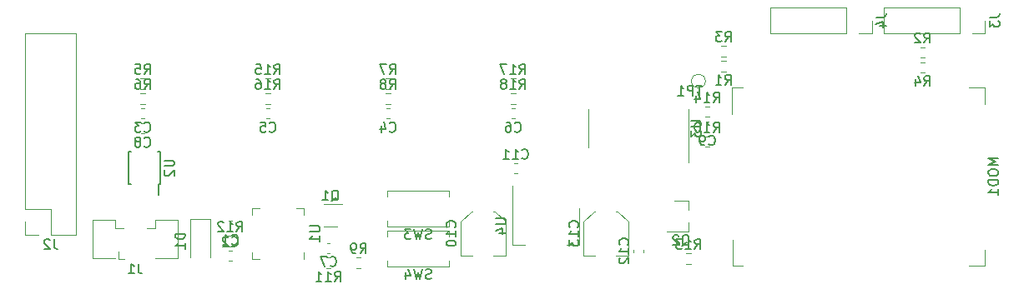
<source format=gbr>
%TF.GenerationSoftware,KiCad,Pcbnew,(5.1.10-1-10_14)*%
%TF.CreationDate,2021-10-13T21:31:21+02:00*%
%TF.ProjectId,MiliOhmMeter,4d696c69-4f68-46d4-9d65-7465722e6b69,rev?*%
%TF.SameCoordinates,Original*%
%TF.FileFunction,Legend,Bot*%
%TF.FilePolarity,Positive*%
%FSLAX46Y46*%
G04 Gerber Fmt 4.6, Leading zero omitted, Abs format (unit mm)*
G04 Created by KiCad (PCBNEW (5.1.10-1-10_14)) date 2021-10-13 21:31:21*
%MOMM*%
%LPD*%
G01*
G04 APERTURE LIST*
%ADD10C,0.120000*%
%ADD11C,0.150000*%
%ADD12C,0.100000*%
G04 APERTURE END LIST*
D10*
%TO.C,J1*%
X70944000Y-99627000D02*
X70944000Y-100377000D01*
X70944000Y-100377000D02*
X71544000Y-100377000D01*
X70644000Y-100337000D02*
X68334000Y-100337000D01*
X76954000Y-100337000D02*
X76954000Y-96417000D01*
X68334000Y-96417000D02*
X70604000Y-96417000D01*
X68334000Y-100337000D02*
X68334000Y-96417000D01*
X76954000Y-96417000D02*
X74684000Y-96417000D01*
X74644000Y-100337000D02*
X76954000Y-100337000D01*
X74684000Y-97247000D02*
X74684000Y-96417000D01*
X70604000Y-97247000D02*
X70604000Y-96417000D01*
X70604000Y-97247000D02*
X71434000Y-97247000D01*
X74684000Y-97247000D02*
X73854000Y-97247000D01*
%TO.C,U4*%
X110890000Y-92928000D02*
X110890000Y-98938000D01*
X117710000Y-95178000D02*
X117710000Y-98938000D01*
X110890000Y-98938000D02*
X112150000Y-98938000D01*
X117710000Y-98938000D02*
X116450000Y-98938000D01*
%TO.C,TP1*%
X130501107Y-82296000D02*
G75*
G03*
X130501107Y-82296000I-707107J0D01*
G01*
%TO.C,C13*%
X121591563Y-95530000D02*
X122656000Y-96594437D01*
X119200437Y-95530000D02*
X118136000Y-96594437D01*
X119200437Y-95530000D02*
X119336000Y-95530000D01*
X121591563Y-95530000D02*
X121456000Y-95530000D01*
X122656000Y-96594437D02*
X122656000Y-100050000D01*
X118136000Y-96594437D02*
X118136000Y-100050000D01*
X118136000Y-100050000D02*
X119336000Y-100050000D01*
X122656000Y-100050000D02*
X121456000Y-100050000D01*
%TO.C,C12*%
X124208000Y-99427420D02*
X124208000Y-99708580D01*
X123188000Y-99427420D02*
X123188000Y-99708580D01*
%TO.C,C11*%
X111392580Y-91696000D02*
X111111420Y-91696000D01*
X111392580Y-90676000D02*
X111111420Y-90676000D01*
%TO.C,C10*%
X109145563Y-95530000D02*
X110210000Y-96594437D01*
X106754437Y-95530000D02*
X105690000Y-96594437D01*
X106754437Y-95530000D02*
X106890000Y-95530000D01*
X109145563Y-95530000D02*
X109010000Y-95530000D01*
X110210000Y-96594437D02*
X110210000Y-100050000D01*
X105690000Y-96594437D02*
X105690000Y-100050000D01*
X105690000Y-100050000D02*
X106890000Y-100050000D01*
X110210000Y-100050000D02*
X109010000Y-100050000D01*
%TO.C,C9*%
X130542420Y-86421500D02*
X130823580Y-86421500D01*
X130542420Y-87441500D02*
X130823580Y-87441500D01*
%TO.C,C8*%
X73265420Y-86612000D02*
X73546580Y-86612000D01*
X73265420Y-87632000D02*
X73546580Y-87632000D01*
%TO.C,SW4*%
X98246000Y-97464000D02*
X104446000Y-97464000D01*
X104446000Y-101164000D02*
X98246000Y-101164000D01*
X98246000Y-101164000D02*
X98246000Y-100514000D01*
X98246000Y-98114000D02*
X98246000Y-97464000D01*
X104446000Y-97464000D02*
X104446000Y-98114000D01*
X104446000Y-101164000D02*
X104446000Y-100514000D01*
%TO.C,SW3*%
X98246000Y-93400000D02*
X104446000Y-93400000D01*
X104446000Y-97100000D02*
X98246000Y-97100000D01*
X98246000Y-97100000D02*
X98246000Y-96450000D01*
X98246000Y-94050000D02*
X98246000Y-93400000D01*
X104446000Y-93400000D02*
X104446000Y-94050000D01*
X104446000Y-97100000D02*
X104446000Y-96450000D01*
%TO.C,J4*%
X147380000Y-77466500D02*
X147380000Y-76136500D01*
X146050000Y-77466500D02*
X147380000Y-77466500D01*
X144780000Y-77466500D02*
X144780000Y-74806500D01*
X144780000Y-74806500D02*
X137100000Y-74806500D01*
X144780000Y-77466500D02*
X137100000Y-77466500D01*
X137100000Y-77466500D02*
X137100000Y-74806500D01*
%TO.C,J3*%
X158873500Y-77466500D02*
X158873500Y-76136500D01*
X157543500Y-77466500D02*
X158873500Y-77466500D01*
X156273500Y-77466500D02*
X156273500Y-74806500D01*
X156273500Y-74806500D02*
X148593500Y-74806500D01*
X156273500Y-77466500D02*
X148593500Y-77466500D01*
X148593500Y-77466500D02*
X148593500Y-74806500D01*
%TO.C,C6*%
X110857420Y-85088000D02*
X111138580Y-85088000D01*
X110857420Y-86108000D02*
X111138580Y-86108000D01*
%TO.C,C5*%
X85965420Y-85088000D02*
X86246580Y-85088000D01*
X85965420Y-86108000D02*
X86246580Y-86108000D01*
%TO.C,C4*%
X98157420Y-85088000D02*
X98438580Y-85088000D01*
X98157420Y-86108000D02*
X98438580Y-86108000D01*
%TO.C,C3*%
X73265420Y-85088000D02*
X73546580Y-85088000D01*
X73265420Y-86108000D02*
X73546580Y-86108000D01*
%TO.C,U3*%
X118638000Y-87122000D02*
X118638000Y-85172000D01*
X118638000Y-87122000D02*
X118638000Y-89072000D01*
X128758000Y-87122000D02*
X128758000Y-85172000D01*
X128758000Y-87122000D02*
X128758000Y-90572000D01*
D11*
%TO.C,U2*%
X75046500Y-92747500D02*
X75046500Y-93822500D01*
X71971500Y-92747500D02*
X71971500Y-89497500D01*
X75221500Y-92747500D02*
X75221500Y-89497500D01*
X71971500Y-92747500D02*
X72246500Y-92747500D01*
X71971500Y-89497500D02*
X72246500Y-89497500D01*
X75221500Y-89497500D02*
X74946500Y-89497500D01*
X75221500Y-92747500D02*
X75046500Y-92747500D01*
D10*
%TO.C,U1*%
X89732000Y-95905000D02*
X89732000Y-95180000D01*
X89732000Y-95180000D02*
X89007000Y-95180000D01*
X84512000Y-99675000D02*
X84512000Y-100400000D01*
X84512000Y-100400000D02*
X85237000Y-100400000D01*
X84512000Y-95905000D02*
X84512000Y-95180000D01*
X84512000Y-95180000D02*
X85237000Y-95180000D01*
X89732000Y-99675000D02*
X89732000Y-100400000D01*
%TO.C,R18*%
X111235258Y-83551500D02*
X110760742Y-83551500D01*
X111235258Y-84596500D02*
X110760742Y-84596500D01*
%TO.C,R17*%
X111235258Y-82027500D02*
X110760742Y-82027500D01*
X111235258Y-83072500D02*
X110760742Y-83072500D01*
%TO.C,R16*%
X86343258Y-83551500D02*
X85868742Y-83551500D01*
X86343258Y-84596500D02*
X85868742Y-84596500D01*
%TO.C,R15*%
X86343258Y-82027500D02*
X85868742Y-82027500D01*
X86343258Y-83072500D02*
X85868742Y-83072500D01*
%TO.C,R14*%
X130920258Y-84885000D02*
X130445742Y-84885000D01*
X130920258Y-85930000D02*
X130445742Y-85930000D01*
%TO.C,R13*%
X129015258Y-99807500D02*
X128540742Y-99807500D01*
X129015258Y-100852500D02*
X128540742Y-100852500D01*
%TO.C,R12*%
X82533258Y-98029500D02*
X82058742Y-98029500D01*
X82533258Y-99074500D02*
X82058742Y-99074500D01*
%TO.C,R11*%
X92028242Y-101297000D02*
X92502758Y-101297000D01*
X92028242Y-100252000D02*
X92502758Y-100252000D01*
%TO.C,R10*%
X130920258Y-87933000D02*
X130445742Y-87933000D01*
X130920258Y-88978000D02*
X130445742Y-88978000D01*
%TO.C,R9*%
X95550758Y-100252000D02*
X95076242Y-100252000D01*
X95550758Y-101297000D02*
X95076242Y-101297000D01*
%TO.C,R8*%
X98535258Y-83551500D02*
X98060742Y-83551500D01*
X98535258Y-84596500D02*
X98060742Y-84596500D01*
%TO.C,R7*%
X98560658Y-82027500D02*
X98086142Y-82027500D01*
X98560658Y-83072500D02*
X98086142Y-83072500D01*
%TO.C,R6*%
X73643258Y-83551500D02*
X73168742Y-83551500D01*
X73643258Y-84596500D02*
X73168742Y-84596500D01*
%TO.C,R5*%
X73643258Y-82027500D02*
X73168742Y-82027500D01*
X73643258Y-83072500D02*
X73168742Y-83072500D01*
%TO.C,R4*%
X152289742Y-81421500D02*
X152764258Y-81421500D01*
X152289742Y-80376500D02*
X152764258Y-80376500D01*
%TO.C,R3*%
X132571258Y-78725500D02*
X132096742Y-78725500D01*
X132571258Y-79770500D02*
X132096742Y-79770500D01*
%TO.C,R2*%
X152764258Y-78852500D02*
X152289742Y-78852500D01*
X152764258Y-79897500D02*
X152289742Y-79897500D01*
%TO.C,R1*%
X132096742Y-81294500D02*
X132571258Y-81294500D01*
X132096742Y-80249500D02*
X132571258Y-80249500D01*
%TO.C,Q2*%
X128776000Y-94432000D02*
X128776000Y-95362000D01*
X128776000Y-97592000D02*
X128776000Y-96662000D01*
X128776000Y-97592000D02*
X126616000Y-97592000D01*
X128776000Y-94432000D02*
X127316000Y-94432000D01*
%TO.C,Q1*%
X91756000Y-94788500D02*
X93656000Y-94788500D01*
X93156000Y-97108500D02*
X91756000Y-97108500D01*
D12*
%TO.C,MOD1*%
X157235500Y-82981500D02*
X158855500Y-82981500D01*
X158855500Y-82981500D02*
X158855500Y-84621500D01*
X157225500Y-101051500D02*
X158855500Y-101051500D01*
X158855500Y-101051500D02*
X158855500Y-99421500D01*
X134255500Y-82931500D02*
X133215500Y-82931500D01*
X133215500Y-82931500D02*
X133215500Y-85631500D01*
X134285500Y-101081500D02*
X133235500Y-101081500D01*
X133235500Y-101081500D02*
X133235500Y-98431500D01*
D10*
%TO.C,J2*%
X61471500Y-77473500D02*
X66671500Y-77473500D01*
X61471500Y-95313500D02*
X61471500Y-77473500D01*
X66671500Y-97913500D02*
X66671500Y-77473500D01*
X61471500Y-95313500D02*
X64071500Y-95313500D01*
X64071500Y-95313500D02*
X64071500Y-97913500D01*
X64071500Y-97913500D02*
X66671500Y-97913500D01*
X61471500Y-96583500D02*
X61471500Y-97913500D01*
X61471500Y-97913500D02*
X62801500Y-97913500D01*
%TO.C,D1*%
X78248000Y-96302000D02*
X80248000Y-96302000D01*
X80248000Y-96302000D02*
X80248000Y-100202000D01*
X78248000Y-96302000D02*
X78248000Y-100202000D01*
%TO.C,C7*%
X92124920Y-99760500D02*
X92406080Y-99760500D01*
X92124920Y-98740500D02*
X92406080Y-98740500D01*
%TO.C,C2*%
X82436580Y-99566000D02*
X82155420Y-99566000D01*
X82436580Y-100586000D02*
X82155420Y-100586000D01*
%TO.C,C1*%
X82155420Y-97538000D02*
X82436580Y-97538000D01*
X82155420Y-96518000D02*
X82436580Y-96518000D01*
%TO.C,J1*%
D11*
X72977333Y-100854380D02*
X72977333Y-101568666D01*
X73024952Y-101711523D01*
X73120190Y-101806761D01*
X73263047Y-101854380D01*
X73358285Y-101854380D01*
X71977333Y-101854380D02*
X72548761Y-101854380D01*
X72263047Y-101854380D02*
X72263047Y-100854380D01*
X72358285Y-100997238D01*
X72453523Y-101092476D01*
X72548761Y-101140095D01*
%TO.C,U4*%
X109252380Y-96266095D02*
X110061904Y-96266095D01*
X110157142Y-96313714D01*
X110204761Y-96361333D01*
X110252380Y-96456571D01*
X110252380Y-96647047D01*
X110204761Y-96742285D01*
X110157142Y-96789904D01*
X110061904Y-96837523D01*
X109252380Y-96837523D01*
X109585714Y-97742285D02*
X110252380Y-97742285D01*
X109204761Y-97504190D02*
X109919047Y-97266095D01*
X109919047Y-97885142D01*
%TO.C,TP1*%
X130155904Y-82748380D02*
X129584476Y-82748380D01*
X129870190Y-83748380D02*
X129870190Y-82748380D01*
X129251142Y-83748380D02*
X129251142Y-82748380D01*
X128870190Y-82748380D01*
X128774952Y-82796000D01*
X128727333Y-82843619D01*
X128679714Y-82938857D01*
X128679714Y-83081714D01*
X128727333Y-83176952D01*
X128774952Y-83224571D01*
X128870190Y-83272190D01*
X129251142Y-83272190D01*
X127727333Y-83748380D02*
X128298761Y-83748380D01*
X128013047Y-83748380D02*
X128013047Y-82748380D01*
X128108285Y-82891238D01*
X128203523Y-82986476D01*
X128298761Y-83034095D01*
%TO.C,C13*%
X117553142Y-97147142D02*
X117600761Y-97099523D01*
X117648380Y-96956666D01*
X117648380Y-96861428D01*
X117600761Y-96718571D01*
X117505523Y-96623333D01*
X117410285Y-96575714D01*
X117219809Y-96528095D01*
X117076952Y-96528095D01*
X116886476Y-96575714D01*
X116791238Y-96623333D01*
X116696000Y-96718571D01*
X116648380Y-96861428D01*
X116648380Y-96956666D01*
X116696000Y-97099523D01*
X116743619Y-97147142D01*
X117648380Y-98099523D02*
X117648380Y-97528095D01*
X117648380Y-97813809D02*
X116648380Y-97813809D01*
X116791238Y-97718571D01*
X116886476Y-97623333D01*
X116934095Y-97528095D01*
X116648380Y-98432857D02*
X116648380Y-99051904D01*
X117029333Y-98718571D01*
X117029333Y-98861428D01*
X117076952Y-98956666D01*
X117124571Y-99004285D01*
X117219809Y-99051904D01*
X117457904Y-99051904D01*
X117553142Y-99004285D01*
X117600761Y-98956666D01*
X117648380Y-98861428D01*
X117648380Y-98575714D01*
X117600761Y-98480476D01*
X117553142Y-98432857D01*
%TO.C,C12*%
X122625142Y-98925142D02*
X122672761Y-98877523D01*
X122720380Y-98734666D01*
X122720380Y-98639428D01*
X122672761Y-98496571D01*
X122577523Y-98401333D01*
X122482285Y-98353714D01*
X122291809Y-98306095D01*
X122148952Y-98306095D01*
X121958476Y-98353714D01*
X121863238Y-98401333D01*
X121768000Y-98496571D01*
X121720380Y-98639428D01*
X121720380Y-98734666D01*
X121768000Y-98877523D01*
X121815619Y-98925142D01*
X122720380Y-99877523D02*
X122720380Y-99306095D01*
X122720380Y-99591809D02*
X121720380Y-99591809D01*
X121863238Y-99496571D01*
X121958476Y-99401333D01*
X122006095Y-99306095D01*
X121815619Y-100258476D02*
X121768000Y-100306095D01*
X121720380Y-100401333D01*
X121720380Y-100639428D01*
X121768000Y-100734666D01*
X121815619Y-100782285D01*
X121910857Y-100829904D01*
X122006095Y-100829904D01*
X122148952Y-100782285D01*
X122720380Y-100210857D01*
X122720380Y-100829904D01*
%TO.C,C11*%
X111894857Y-90113142D02*
X111942476Y-90160761D01*
X112085333Y-90208380D01*
X112180571Y-90208380D01*
X112323428Y-90160761D01*
X112418666Y-90065523D01*
X112466285Y-89970285D01*
X112513904Y-89779809D01*
X112513904Y-89636952D01*
X112466285Y-89446476D01*
X112418666Y-89351238D01*
X112323428Y-89256000D01*
X112180571Y-89208380D01*
X112085333Y-89208380D01*
X111942476Y-89256000D01*
X111894857Y-89303619D01*
X110942476Y-90208380D02*
X111513904Y-90208380D01*
X111228190Y-90208380D02*
X111228190Y-89208380D01*
X111323428Y-89351238D01*
X111418666Y-89446476D01*
X111513904Y-89494095D01*
X109990095Y-90208380D02*
X110561523Y-90208380D01*
X110275809Y-90208380D02*
X110275809Y-89208380D01*
X110371047Y-89351238D01*
X110466285Y-89446476D01*
X110561523Y-89494095D01*
%TO.C,C10*%
X105107142Y-97147142D02*
X105154761Y-97099523D01*
X105202380Y-96956666D01*
X105202380Y-96861428D01*
X105154761Y-96718571D01*
X105059523Y-96623333D01*
X104964285Y-96575714D01*
X104773809Y-96528095D01*
X104630952Y-96528095D01*
X104440476Y-96575714D01*
X104345238Y-96623333D01*
X104250000Y-96718571D01*
X104202380Y-96861428D01*
X104202380Y-96956666D01*
X104250000Y-97099523D01*
X104297619Y-97147142D01*
X105202380Y-98099523D02*
X105202380Y-97528095D01*
X105202380Y-97813809D02*
X104202380Y-97813809D01*
X104345238Y-97718571D01*
X104440476Y-97623333D01*
X104488095Y-97528095D01*
X104202380Y-98718571D02*
X104202380Y-98813809D01*
X104250000Y-98909047D01*
X104297619Y-98956666D01*
X104392857Y-99004285D01*
X104583333Y-99051904D01*
X104821428Y-99051904D01*
X105011904Y-99004285D01*
X105107142Y-98956666D01*
X105154761Y-98909047D01*
X105202380Y-98813809D01*
X105202380Y-98718571D01*
X105154761Y-98623333D01*
X105107142Y-98575714D01*
X105011904Y-98528095D01*
X104821428Y-98480476D01*
X104583333Y-98480476D01*
X104392857Y-98528095D01*
X104297619Y-98575714D01*
X104250000Y-98623333D01*
X104202380Y-98718571D01*
%TO.C,C9*%
X130849666Y-88718642D02*
X130897285Y-88766261D01*
X131040142Y-88813880D01*
X131135380Y-88813880D01*
X131278238Y-88766261D01*
X131373476Y-88671023D01*
X131421095Y-88575785D01*
X131468714Y-88385309D01*
X131468714Y-88242452D01*
X131421095Y-88051976D01*
X131373476Y-87956738D01*
X131278238Y-87861500D01*
X131135380Y-87813880D01*
X131040142Y-87813880D01*
X130897285Y-87861500D01*
X130849666Y-87909119D01*
X130373476Y-88813880D02*
X130183000Y-88813880D01*
X130087761Y-88766261D01*
X130040142Y-88718642D01*
X129944904Y-88575785D01*
X129897285Y-88385309D01*
X129897285Y-88004357D01*
X129944904Y-87909119D01*
X129992523Y-87861500D01*
X130087761Y-87813880D01*
X130278238Y-87813880D01*
X130373476Y-87861500D01*
X130421095Y-87909119D01*
X130468714Y-88004357D01*
X130468714Y-88242452D01*
X130421095Y-88337690D01*
X130373476Y-88385309D01*
X130278238Y-88432928D01*
X130087761Y-88432928D01*
X129992523Y-88385309D01*
X129944904Y-88337690D01*
X129897285Y-88242452D01*
%TO.C,C8*%
X73572666Y-88909142D02*
X73620285Y-88956761D01*
X73763142Y-89004380D01*
X73858380Y-89004380D01*
X74001238Y-88956761D01*
X74096476Y-88861523D01*
X74144095Y-88766285D01*
X74191714Y-88575809D01*
X74191714Y-88432952D01*
X74144095Y-88242476D01*
X74096476Y-88147238D01*
X74001238Y-88052000D01*
X73858380Y-88004380D01*
X73763142Y-88004380D01*
X73620285Y-88052000D01*
X73572666Y-88099619D01*
X73001238Y-88432952D02*
X73096476Y-88385333D01*
X73144095Y-88337714D01*
X73191714Y-88242476D01*
X73191714Y-88194857D01*
X73144095Y-88099619D01*
X73096476Y-88052000D01*
X73001238Y-88004380D01*
X72810761Y-88004380D01*
X72715523Y-88052000D01*
X72667904Y-88099619D01*
X72620285Y-88194857D01*
X72620285Y-88242476D01*
X72667904Y-88337714D01*
X72715523Y-88385333D01*
X72810761Y-88432952D01*
X73001238Y-88432952D01*
X73096476Y-88480571D01*
X73144095Y-88528190D01*
X73191714Y-88623428D01*
X73191714Y-88813904D01*
X73144095Y-88909142D01*
X73096476Y-88956761D01*
X73001238Y-89004380D01*
X72810761Y-89004380D01*
X72715523Y-88956761D01*
X72667904Y-88909142D01*
X72620285Y-88813904D01*
X72620285Y-88623428D01*
X72667904Y-88528190D01*
X72715523Y-88480571D01*
X72810761Y-88432952D01*
%TO.C,SW4*%
X102679333Y-102368761D02*
X102536476Y-102416380D01*
X102298380Y-102416380D01*
X102203142Y-102368761D01*
X102155523Y-102321142D01*
X102107904Y-102225904D01*
X102107904Y-102130666D01*
X102155523Y-102035428D01*
X102203142Y-101987809D01*
X102298380Y-101940190D01*
X102488857Y-101892571D01*
X102584095Y-101844952D01*
X102631714Y-101797333D01*
X102679333Y-101702095D01*
X102679333Y-101606857D01*
X102631714Y-101511619D01*
X102584095Y-101464000D01*
X102488857Y-101416380D01*
X102250761Y-101416380D01*
X102107904Y-101464000D01*
X101774571Y-101416380D02*
X101536476Y-102416380D01*
X101346000Y-101702095D01*
X101155523Y-102416380D01*
X100917428Y-101416380D01*
X100107904Y-101749714D02*
X100107904Y-102416380D01*
X100346000Y-101368761D02*
X100584095Y-102083047D01*
X99965047Y-102083047D01*
%TO.C,SW3*%
X102679333Y-98304761D02*
X102536476Y-98352380D01*
X102298380Y-98352380D01*
X102203142Y-98304761D01*
X102155523Y-98257142D01*
X102107904Y-98161904D01*
X102107904Y-98066666D01*
X102155523Y-97971428D01*
X102203142Y-97923809D01*
X102298380Y-97876190D01*
X102488857Y-97828571D01*
X102584095Y-97780952D01*
X102631714Y-97733333D01*
X102679333Y-97638095D01*
X102679333Y-97542857D01*
X102631714Y-97447619D01*
X102584095Y-97400000D01*
X102488857Y-97352380D01*
X102250761Y-97352380D01*
X102107904Y-97400000D01*
X101774571Y-97352380D02*
X101536476Y-98352380D01*
X101346000Y-97638095D01*
X101155523Y-98352380D01*
X100917428Y-97352380D01*
X100631714Y-97352380D02*
X100012666Y-97352380D01*
X100346000Y-97733333D01*
X100203142Y-97733333D01*
X100107904Y-97780952D01*
X100060285Y-97828571D01*
X100012666Y-97923809D01*
X100012666Y-98161904D01*
X100060285Y-98257142D01*
X100107904Y-98304761D01*
X100203142Y-98352380D01*
X100488857Y-98352380D01*
X100584095Y-98304761D01*
X100631714Y-98257142D01*
%TO.C,J4*%
X147832380Y-75803166D02*
X148546666Y-75803166D01*
X148689523Y-75755547D01*
X148784761Y-75660309D01*
X148832380Y-75517452D01*
X148832380Y-75422214D01*
X148165714Y-76707928D02*
X148832380Y-76707928D01*
X147784761Y-76469833D02*
X148499047Y-76231738D01*
X148499047Y-76850785D01*
%TO.C,J3*%
X159325880Y-75803166D02*
X160040166Y-75803166D01*
X160183023Y-75755547D01*
X160278261Y-75660309D01*
X160325880Y-75517452D01*
X160325880Y-75422214D01*
X159325880Y-76184119D02*
X159325880Y-76803166D01*
X159706833Y-76469833D01*
X159706833Y-76612690D01*
X159754452Y-76707928D01*
X159802071Y-76755547D01*
X159897309Y-76803166D01*
X160135404Y-76803166D01*
X160230642Y-76755547D01*
X160278261Y-76707928D01*
X160325880Y-76612690D01*
X160325880Y-76326976D01*
X160278261Y-76231738D01*
X160230642Y-76184119D01*
%TO.C,C6*%
X111164666Y-87385142D02*
X111212285Y-87432761D01*
X111355142Y-87480380D01*
X111450380Y-87480380D01*
X111593238Y-87432761D01*
X111688476Y-87337523D01*
X111736095Y-87242285D01*
X111783714Y-87051809D01*
X111783714Y-86908952D01*
X111736095Y-86718476D01*
X111688476Y-86623238D01*
X111593238Y-86528000D01*
X111450380Y-86480380D01*
X111355142Y-86480380D01*
X111212285Y-86528000D01*
X111164666Y-86575619D01*
X110307523Y-86480380D02*
X110498000Y-86480380D01*
X110593238Y-86528000D01*
X110640857Y-86575619D01*
X110736095Y-86718476D01*
X110783714Y-86908952D01*
X110783714Y-87289904D01*
X110736095Y-87385142D01*
X110688476Y-87432761D01*
X110593238Y-87480380D01*
X110402761Y-87480380D01*
X110307523Y-87432761D01*
X110259904Y-87385142D01*
X110212285Y-87289904D01*
X110212285Y-87051809D01*
X110259904Y-86956571D01*
X110307523Y-86908952D01*
X110402761Y-86861333D01*
X110593238Y-86861333D01*
X110688476Y-86908952D01*
X110736095Y-86956571D01*
X110783714Y-87051809D01*
%TO.C,C5*%
X86272666Y-87385142D02*
X86320285Y-87432761D01*
X86463142Y-87480380D01*
X86558380Y-87480380D01*
X86701238Y-87432761D01*
X86796476Y-87337523D01*
X86844095Y-87242285D01*
X86891714Y-87051809D01*
X86891714Y-86908952D01*
X86844095Y-86718476D01*
X86796476Y-86623238D01*
X86701238Y-86528000D01*
X86558380Y-86480380D01*
X86463142Y-86480380D01*
X86320285Y-86528000D01*
X86272666Y-86575619D01*
X85367904Y-86480380D02*
X85844095Y-86480380D01*
X85891714Y-86956571D01*
X85844095Y-86908952D01*
X85748857Y-86861333D01*
X85510761Y-86861333D01*
X85415523Y-86908952D01*
X85367904Y-86956571D01*
X85320285Y-87051809D01*
X85320285Y-87289904D01*
X85367904Y-87385142D01*
X85415523Y-87432761D01*
X85510761Y-87480380D01*
X85748857Y-87480380D01*
X85844095Y-87432761D01*
X85891714Y-87385142D01*
%TO.C,C4*%
X98464666Y-87385142D02*
X98512285Y-87432761D01*
X98655142Y-87480380D01*
X98750380Y-87480380D01*
X98893238Y-87432761D01*
X98988476Y-87337523D01*
X99036095Y-87242285D01*
X99083714Y-87051809D01*
X99083714Y-86908952D01*
X99036095Y-86718476D01*
X98988476Y-86623238D01*
X98893238Y-86528000D01*
X98750380Y-86480380D01*
X98655142Y-86480380D01*
X98512285Y-86528000D01*
X98464666Y-86575619D01*
X97607523Y-86813714D02*
X97607523Y-87480380D01*
X97845619Y-86432761D02*
X98083714Y-87147047D01*
X97464666Y-87147047D01*
%TO.C,C3*%
X73572666Y-87385142D02*
X73620285Y-87432761D01*
X73763142Y-87480380D01*
X73858380Y-87480380D01*
X74001238Y-87432761D01*
X74096476Y-87337523D01*
X74144095Y-87242285D01*
X74191714Y-87051809D01*
X74191714Y-86908952D01*
X74144095Y-86718476D01*
X74096476Y-86623238D01*
X74001238Y-86528000D01*
X73858380Y-86480380D01*
X73763142Y-86480380D01*
X73620285Y-86528000D01*
X73572666Y-86575619D01*
X73239333Y-86480380D02*
X72620285Y-86480380D01*
X72953619Y-86861333D01*
X72810761Y-86861333D01*
X72715523Y-86908952D01*
X72667904Y-86956571D01*
X72620285Y-87051809D01*
X72620285Y-87289904D01*
X72667904Y-87385142D01*
X72715523Y-87432761D01*
X72810761Y-87480380D01*
X73096476Y-87480380D01*
X73191714Y-87432761D01*
X73239333Y-87385142D01*
%TO.C,U3*%
X129050380Y-86360095D02*
X129859904Y-86360095D01*
X129955142Y-86407714D01*
X130002761Y-86455333D01*
X130050380Y-86550571D01*
X130050380Y-86741047D01*
X130002761Y-86836285D01*
X129955142Y-86883904D01*
X129859904Y-86931523D01*
X129050380Y-86931523D01*
X129050380Y-87312476D02*
X129050380Y-87931523D01*
X129431333Y-87598190D01*
X129431333Y-87741047D01*
X129478952Y-87836285D01*
X129526571Y-87883904D01*
X129621809Y-87931523D01*
X129859904Y-87931523D01*
X129955142Y-87883904D01*
X130002761Y-87836285D01*
X130050380Y-87741047D01*
X130050380Y-87455333D01*
X130002761Y-87360095D01*
X129955142Y-87312476D01*
%TO.C,U2*%
X75598880Y-90360595D02*
X76408404Y-90360595D01*
X76503642Y-90408214D01*
X76551261Y-90455833D01*
X76598880Y-90551071D01*
X76598880Y-90741547D01*
X76551261Y-90836785D01*
X76503642Y-90884404D01*
X76408404Y-90932023D01*
X75598880Y-90932023D01*
X75694119Y-91360595D02*
X75646500Y-91408214D01*
X75598880Y-91503452D01*
X75598880Y-91741547D01*
X75646500Y-91836785D01*
X75694119Y-91884404D01*
X75789357Y-91932023D01*
X75884595Y-91932023D01*
X76027452Y-91884404D01*
X76598880Y-91312976D01*
X76598880Y-91932023D01*
%TO.C,U1*%
X90374380Y-97028095D02*
X91183904Y-97028095D01*
X91279142Y-97075714D01*
X91326761Y-97123333D01*
X91374380Y-97218571D01*
X91374380Y-97409047D01*
X91326761Y-97504285D01*
X91279142Y-97551904D01*
X91183904Y-97599523D01*
X90374380Y-97599523D01*
X91374380Y-98599523D02*
X91374380Y-98028095D01*
X91374380Y-98313809D02*
X90374380Y-98313809D01*
X90517238Y-98218571D01*
X90612476Y-98123333D01*
X90660095Y-98028095D01*
%TO.C,R18*%
X111640857Y-83096380D02*
X111974190Y-82620190D01*
X112212285Y-83096380D02*
X112212285Y-82096380D01*
X111831333Y-82096380D01*
X111736095Y-82144000D01*
X111688476Y-82191619D01*
X111640857Y-82286857D01*
X111640857Y-82429714D01*
X111688476Y-82524952D01*
X111736095Y-82572571D01*
X111831333Y-82620190D01*
X112212285Y-82620190D01*
X110688476Y-83096380D02*
X111259904Y-83096380D01*
X110974190Y-83096380D02*
X110974190Y-82096380D01*
X111069428Y-82239238D01*
X111164666Y-82334476D01*
X111259904Y-82382095D01*
X110117047Y-82524952D02*
X110212285Y-82477333D01*
X110259904Y-82429714D01*
X110307523Y-82334476D01*
X110307523Y-82286857D01*
X110259904Y-82191619D01*
X110212285Y-82144000D01*
X110117047Y-82096380D01*
X109926571Y-82096380D01*
X109831333Y-82144000D01*
X109783714Y-82191619D01*
X109736095Y-82286857D01*
X109736095Y-82334476D01*
X109783714Y-82429714D01*
X109831333Y-82477333D01*
X109926571Y-82524952D01*
X110117047Y-82524952D01*
X110212285Y-82572571D01*
X110259904Y-82620190D01*
X110307523Y-82715428D01*
X110307523Y-82905904D01*
X110259904Y-83001142D01*
X110212285Y-83048761D01*
X110117047Y-83096380D01*
X109926571Y-83096380D01*
X109831333Y-83048761D01*
X109783714Y-83001142D01*
X109736095Y-82905904D01*
X109736095Y-82715428D01*
X109783714Y-82620190D01*
X109831333Y-82572571D01*
X109926571Y-82524952D01*
%TO.C,R17*%
X111640857Y-81572380D02*
X111974190Y-81096190D01*
X112212285Y-81572380D02*
X112212285Y-80572380D01*
X111831333Y-80572380D01*
X111736095Y-80620000D01*
X111688476Y-80667619D01*
X111640857Y-80762857D01*
X111640857Y-80905714D01*
X111688476Y-81000952D01*
X111736095Y-81048571D01*
X111831333Y-81096190D01*
X112212285Y-81096190D01*
X110688476Y-81572380D02*
X111259904Y-81572380D01*
X110974190Y-81572380D02*
X110974190Y-80572380D01*
X111069428Y-80715238D01*
X111164666Y-80810476D01*
X111259904Y-80858095D01*
X110355142Y-80572380D02*
X109688476Y-80572380D01*
X110117047Y-81572380D01*
%TO.C,R16*%
X86748857Y-83096380D02*
X87082190Y-82620190D01*
X87320285Y-83096380D02*
X87320285Y-82096380D01*
X86939333Y-82096380D01*
X86844095Y-82144000D01*
X86796476Y-82191619D01*
X86748857Y-82286857D01*
X86748857Y-82429714D01*
X86796476Y-82524952D01*
X86844095Y-82572571D01*
X86939333Y-82620190D01*
X87320285Y-82620190D01*
X85796476Y-83096380D02*
X86367904Y-83096380D01*
X86082190Y-83096380D02*
X86082190Y-82096380D01*
X86177428Y-82239238D01*
X86272666Y-82334476D01*
X86367904Y-82382095D01*
X84939333Y-82096380D02*
X85129809Y-82096380D01*
X85225047Y-82144000D01*
X85272666Y-82191619D01*
X85367904Y-82334476D01*
X85415523Y-82524952D01*
X85415523Y-82905904D01*
X85367904Y-83001142D01*
X85320285Y-83048761D01*
X85225047Y-83096380D01*
X85034571Y-83096380D01*
X84939333Y-83048761D01*
X84891714Y-83001142D01*
X84844095Y-82905904D01*
X84844095Y-82667809D01*
X84891714Y-82572571D01*
X84939333Y-82524952D01*
X85034571Y-82477333D01*
X85225047Y-82477333D01*
X85320285Y-82524952D01*
X85367904Y-82572571D01*
X85415523Y-82667809D01*
%TO.C,R15*%
X86748857Y-81572380D02*
X87082190Y-81096190D01*
X87320285Y-81572380D02*
X87320285Y-80572380D01*
X86939333Y-80572380D01*
X86844095Y-80620000D01*
X86796476Y-80667619D01*
X86748857Y-80762857D01*
X86748857Y-80905714D01*
X86796476Y-81000952D01*
X86844095Y-81048571D01*
X86939333Y-81096190D01*
X87320285Y-81096190D01*
X85796476Y-81572380D02*
X86367904Y-81572380D01*
X86082190Y-81572380D02*
X86082190Y-80572380D01*
X86177428Y-80715238D01*
X86272666Y-80810476D01*
X86367904Y-80858095D01*
X84891714Y-80572380D02*
X85367904Y-80572380D01*
X85415523Y-81048571D01*
X85367904Y-81000952D01*
X85272666Y-80953333D01*
X85034571Y-80953333D01*
X84939333Y-81000952D01*
X84891714Y-81048571D01*
X84844095Y-81143809D01*
X84844095Y-81381904D01*
X84891714Y-81477142D01*
X84939333Y-81524761D01*
X85034571Y-81572380D01*
X85272666Y-81572380D01*
X85367904Y-81524761D01*
X85415523Y-81477142D01*
%TO.C,R14*%
X131325857Y-84429880D02*
X131659190Y-83953690D01*
X131897285Y-84429880D02*
X131897285Y-83429880D01*
X131516333Y-83429880D01*
X131421095Y-83477500D01*
X131373476Y-83525119D01*
X131325857Y-83620357D01*
X131325857Y-83763214D01*
X131373476Y-83858452D01*
X131421095Y-83906071D01*
X131516333Y-83953690D01*
X131897285Y-83953690D01*
X130373476Y-84429880D02*
X130944904Y-84429880D01*
X130659190Y-84429880D02*
X130659190Y-83429880D01*
X130754428Y-83572738D01*
X130849666Y-83667976D01*
X130944904Y-83715595D01*
X129516333Y-83763214D02*
X129516333Y-84429880D01*
X129754428Y-83382261D02*
X129992523Y-84096547D01*
X129373476Y-84096547D01*
%TO.C,R13*%
X129420857Y-99352380D02*
X129754190Y-98876190D01*
X129992285Y-99352380D02*
X129992285Y-98352380D01*
X129611333Y-98352380D01*
X129516095Y-98400000D01*
X129468476Y-98447619D01*
X129420857Y-98542857D01*
X129420857Y-98685714D01*
X129468476Y-98780952D01*
X129516095Y-98828571D01*
X129611333Y-98876190D01*
X129992285Y-98876190D01*
X128468476Y-99352380D02*
X129039904Y-99352380D01*
X128754190Y-99352380D02*
X128754190Y-98352380D01*
X128849428Y-98495238D01*
X128944666Y-98590476D01*
X129039904Y-98638095D01*
X128135142Y-98352380D02*
X127516095Y-98352380D01*
X127849428Y-98733333D01*
X127706571Y-98733333D01*
X127611333Y-98780952D01*
X127563714Y-98828571D01*
X127516095Y-98923809D01*
X127516095Y-99161904D01*
X127563714Y-99257142D01*
X127611333Y-99304761D01*
X127706571Y-99352380D01*
X127992285Y-99352380D01*
X128087523Y-99304761D01*
X128135142Y-99257142D01*
%TO.C,R12*%
X82938857Y-97574380D02*
X83272190Y-97098190D01*
X83510285Y-97574380D02*
X83510285Y-96574380D01*
X83129333Y-96574380D01*
X83034095Y-96622000D01*
X82986476Y-96669619D01*
X82938857Y-96764857D01*
X82938857Y-96907714D01*
X82986476Y-97002952D01*
X83034095Y-97050571D01*
X83129333Y-97098190D01*
X83510285Y-97098190D01*
X81986476Y-97574380D02*
X82557904Y-97574380D01*
X82272190Y-97574380D02*
X82272190Y-96574380D01*
X82367428Y-96717238D01*
X82462666Y-96812476D01*
X82557904Y-96860095D01*
X81605523Y-96669619D02*
X81557904Y-96622000D01*
X81462666Y-96574380D01*
X81224571Y-96574380D01*
X81129333Y-96622000D01*
X81081714Y-96669619D01*
X81034095Y-96764857D01*
X81034095Y-96860095D01*
X81081714Y-97002952D01*
X81653142Y-97574380D01*
X81034095Y-97574380D01*
%TO.C,R11*%
X92908357Y-102656880D02*
X93241690Y-102180690D01*
X93479785Y-102656880D02*
X93479785Y-101656880D01*
X93098833Y-101656880D01*
X93003595Y-101704500D01*
X92955976Y-101752119D01*
X92908357Y-101847357D01*
X92908357Y-101990214D01*
X92955976Y-102085452D01*
X93003595Y-102133071D01*
X93098833Y-102180690D01*
X93479785Y-102180690D01*
X91955976Y-102656880D02*
X92527404Y-102656880D01*
X92241690Y-102656880D02*
X92241690Y-101656880D01*
X92336928Y-101799738D01*
X92432166Y-101894976D01*
X92527404Y-101942595D01*
X91003595Y-102656880D02*
X91575023Y-102656880D01*
X91289309Y-102656880D02*
X91289309Y-101656880D01*
X91384547Y-101799738D01*
X91479785Y-101894976D01*
X91575023Y-101942595D01*
%TO.C,R10*%
X131325857Y-87477880D02*
X131659190Y-87001690D01*
X131897285Y-87477880D02*
X131897285Y-86477880D01*
X131516333Y-86477880D01*
X131421095Y-86525500D01*
X131373476Y-86573119D01*
X131325857Y-86668357D01*
X131325857Y-86811214D01*
X131373476Y-86906452D01*
X131421095Y-86954071D01*
X131516333Y-87001690D01*
X131897285Y-87001690D01*
X130373476Y-87477880D02*
X130944904Y-87477880D01*
X130659190Y-87477880D02*
X130659190Y-86477880D01*
X130754428Y-86620738D01*
X130849666Y-86715976D01*
X130944904Y-86763595D01*
X129754428Y-86477880D02*
X129659190Y-86477880D01*
X129563952Y-86525500D01*
X129516333Y-86573119D01*
X129468714Y-86668357D01*
X129421095Y-86858833D01*
X129421095Y-87096928D01*
X129468714Y-87287404D01*
X129516333Y-87382642D01*
X129563952Y-87430261D01*
X129659190Y-87477880D01*
X129754428Y-87477880D01*
X129849666Y-87430261D01*
X129897285Y-87382642D01*
X129944904Y-87287404D01*
X129992523Y-87096928D01*
X129992523Y-86858833D01*
X129944904Y-86668357D01*
X129897285Y-86573119D01*
X129849666Y-86525500D01*
X129754428Y-86477880D01*
%TO.C,R9*%
X95480166Y-99796880D02*
X95813500Y-99320690D01*
X96051595Y-99796880D02*
X96051595Y-98796880D01*
X95670642Y-98796880D01*
X95575404Y-98844500D01*
X95527785Y-98892119D01*
X95480166Y-98987357D01*
X95480166Y-99130214D01*
X95527785Y-99225452D01*
X95575404Y-99273071D01*
X95670642Y-99320690D01*
X96051595Y-99320690D01*
X95003976Y-99796880D02*
X94813500Y-99796880D01*
X94718261Y-99749261D01*
X94670642Y-99701642D01*
X94575404Y-99558785D01*
X94527785Y-99368309D01*
X94527785Y-98987357D01*
X94575404Y-98892119D01*
X94623023Y-98844500D01*
X94718261Y-98796880D01*
X94908738Y-98796880D01*
X95003976Y-98844500D01*
X95051595Y-98892119D01*
X95099214Y-98987357D01*
X95099214Y-99225452D01*
X95051595Y-99320690D01*
X95003976Y-99368309D01*
X94908738Y-99415928D01*
X94718261Y-99415928D01*
X94623023Y-99368309D01*
X94575404Y-99320690D01*
X94527785Y-99225452D01*
%TO.C,R8*%
X98464666Y-83096380D02*
X98798000Y-82620190D01*
X99036095Y-83096380D02*
X99036095Y-82096380D01*
X98655142Y-82096380D01*
X98559904Y-82144000D01*
X98512285Y-82191619D01*
X98464666Y-82286857D01*
X98464666Y-82429714D01*
X98512285Y-82524952D01*
X98559904Y-82572571D01*
X98655142Y-82620190D01*
X99036095Y-82620190D01*
X97893238Y-82524952D02*
X97988476Y-82477333D01*
X98036095Y-82429714D01*
X98083714Y-82334476D01*
X98083714Y-82286857D01*
X98036095Y-82191619D01*
X97988476Y-82144000D01*
X97893238Y-82096380D01*
X97702761Y-82096380D01*
X97607523Y-82144000D01*
X97559904Y-82191619D01*
X97512285Y-82286857D01*
X97512285Y-82334476D01*
X97559904Y-82429714D01*
X97607523Y-82477333D01*
X97702761Y-82524952D01*
X97893238Y-82524952D01*
X97988476Y-82572571D01*
X98036095Y-82620190D01*
X98083714Y-82715428D01*
X98083714Y-82905904D01*
X98036095Y-83001142D01*
X97988476Y-83048761D01*
X97893238Y-83096380D01*
X97702761Y-83096380D01*
X97607523Y-83048761D01*
X97559904Y-83001142D01*
X97512285Y-82905904D01*
X97512285Y-82715428D01*
X97559904Y-82620190D01*
X97607523Y-82572571D01*
X97702761Y-82524952D01*
%TO.C,R7*%
X98490066Y-81572380D02*
X98823400Y-81096190D01*
X99061495Y-81572380D02*
X99061495Y-80572380D01*
X98680542Y-80572380D01*
X98585304Y-80620000D01*
X98537685Y-80667619D01*
X98490066Y-80762857D01*
X98490066Y-80905714D01*
X98537685Y-81000952D01*
X98585304Y-81048571D01*
X98680542Y-81096190D01*
X99061495Y-81096190D01*
X98156733Y-80572380D02*
X97490066Y-80572380D01*
X97918638Y-81572380D01*
%TO.C,R6*%
X73572666Y-83096380D02*
X73906000Y-82620190D01*
X74144095Y-83096380D02*
X74144095Y-82096380D01*
X73763142Y-82096380D01*
X73667904Y-82144000D01*
X73620285Y-82191619D01*
X73572666Y-82286857D01*
X73572666Y-82429714D01*
X73620285Y-82524952D01*
X73667904Y-82572571D01*
X73763142Y-82620190D01*
X74144095Y-82620190D01*
X72715523Y-82096380D02*
X72906000Y-82096380D01*
X73001238Y-82144000D01*
X73048857Y-82191619D01*
X73144095Y-82334476D01*
X73191714Y-82524952D01*
X73191714Y-82905904D01*
X73144095Y-83001142D01*
X73096476Y-83048761D01*
X73001238Y-83096380D01*
X72810761Y-83096380D01*
X72715523Y-83048761D01*
X72667904Y-83001142D01*
X72620285Y-82905904D01*
X72620285Y-82667809D01*
X72667904Y-82572571D01*
X72715523Y-82524952D01*
X72810761Y-82477333D01*
X73001238Y-82477333D01*
X73096476Y-82524952D01*
X73144095Y-82572571D01*
X73191714Y-82667809D01*
%TO.C,R5*%
X73572666Y-81572380D02*
X73906000Y-81096190D01*
X74144095Y-81572380D02*
X74144095Y-80572380D01*
X73763142Y-80572380D01*
X73667904Y-80620000D01*
X73620285Y-80667619D01*
X73572666Y-80762857D01*
X73572666Y-80905714D01*
X73620285Y-81000952D01*
X73667904Y-81048571D01*
X73763142Y-81096190D01*
X74144095Y-81096190D01*
X72667904Y-80572380D02*
X73144095Y-80572380D01*
X73191714Y-81048571D01*
X73144095Y-81000952D01*
X73048857Y-80953333D01*
X72810761Y-80953333D01*
X72715523Y-81000952D01*
X72667904Y-81048571D01*
X72620285Y-81143809D01*
X72620285Y-81381904D01*
X72667904Y-81477142D01*
X72715523Y-81524761D01*
X72810761Y-81572380D01*
X73048857Y-81572380D01*
X73144095Y-81524761D01*
X73191714Y-81477142D01*
%TO.C,R4*%
X152693666Y-82781380D02*
X153027000Y-82305190D01*
X153265095Y-82781380D02*
X153265095Y-81781380D01*
X152884142Y-81781380D01*
X152788904Y-81829000D01*
X152741285Y-81876619D01*
X152693666Y-81971857D01*
X152693666Y-82114714D01*
X152741285Y-82209952D01*
X152788904Y-82257571D01*
X152884142Y-82305190D01*
X153265095Y-82305190D01*
X151836523Y-82114714D02*
X151836523Y-82781380D01*
X152074619Y-81733761D02*
X152312714Y-82448047D01*
X151693666Y-82448047D01*
%TO.C,R3*%
X132500666Y-78270380D02*
X132834000Y-77794190D01*
X133072095Y-78270380D02*
X133072095Y-77270380D01*
X132691142Y-77270380D01*
X132595904Y-77318000D01*
X132548285Y-77365619D01*
X132500666Y-77460857D01*
X132500666Y-77603714D01*
X132548285Y-77698952D01*
X132595904Y-77746571D01*
X132691142Y-77794190D01*
X133072095Y-77794190D01*
X132167333Y-77270380D02*
X131548285Y-77270380D01*
X131881619Y-77651333D01*
X131738761Y-77651333D01*
X131643523Y-77698952D01*
X131595904Y-77746571D01*
X131548285Y-77841809D01*
X131548285Y-78079904D01*
X131595904Y-78175142D01*
X131643523Y-78222761D01*
X131738761Y-78270380D01*
X132024476Y-78270380D01*
X132119714Y-78222761D01*
X132167333Y-78175142D01*
%TO.C,R2*%
X152693666Y-78397380D02*
X153027000Y-77921190D01*
X153265095Y-78397380D02*
X153265095Y-77397380D01*
X152884142Y-77397380D01*
X152788904Y-77445000D01*
X152741285Y-77492619D01*
X152693666Y-77587857D01*
X152693666Y-77730714D01*
X152741285Y-77825952D01*
X152788904Y-77873571D01*
X152884142Y-77921190D01*
X153265095Y-77921190D01*
X152312714Y-77492619D02*
X152265095Y-77445000D01*
X152169857Y-77397380D01*
X151931761Y-77397380D01*
X151836523Y-77445000D01*
X151788904Y-77492619D01*
X151741285Y-77587857D01*
X151741285Y-77683095D01*
X151788904Y-77825952D01*
X152360333Y-78397380D01*
X151741285Y-78397380D01*
%TO.C,R1*%
X132500666Y-82654380D02*
X132834000Y-82178190D01*
X133072095Y-82654380D02*
X133072095Y-81654380D01*
X132691142Y-81654380D01*
X132595904Y-81702000D01*
X132548285Y-81749619D01*
X132500666Y-81844857D01*
X132500666Y-81987714D01*
X132548285Y-82082952D01*
X132595904Y-82130571D01*
X132691142Y-82178190D01*
X133072095Y-82178190D01*
X131548285Y-82654380D02*
X132119714Y-82654380D01*
X131834000Y-82654380D02*
X131834000Y-81654380D01*
X131929238Y-81797238D01*
X132024476Y-81892476D01*
X132119714Y-81940095D01*
%TO.C,Q2*%
X128111238Y-99059619D02*
X128206476Y-99012000D01*
X128301714Y-98916761D01*
X128444571Y-98773904D01*
X128539809Y-98726285D01*
X128635047Y-98726285D01*
X128587428Y-98964380D02*
X128682666Y-98916761D01*
X128777904Y-98821523D01*
X128825523Y-98631047D01*
X128825523Y-98297714D01*
X128777904Y-98107238D01*
X128682666Y-98012000D01*
X128587428Y-97964380D01*
X128396952Y-97964380D01*
X128301714Y-98012000D01*
X128206476Y-98107238D01*
X128158857Y-98297714D01*
X128158857Y-98631047D01*
X128206476Y-98821523D01*
X128301714Y-98916761D01*
X128396952Y-98964380D01*
X128587428Y-98964380D01*
X127777904Y-98059619D02*
X127730285Y-98012000D01*
X127635047Y-97964380D01*
X127396952Y-97964380D01*
X127301714Y-98012000D01*
X127254095Y-98059619D01*
X127206476Y-98154857D01*
X127206476Y-98250095D01*
X127254095Y-98392952D01*
X127825523Y-98964380D01*
X127206476Y-98964380D01*
%TO.C,Q1*%
X92551238Y-94496119D02*
X92646476Y-94448500D01*
X92741714Y-94353261D01*
X92884571Y-94210404D01*
X92979809Y-94162785D01*
X93075047Y-94162785D01*
X93027428Y-94400880D02*
X93122666Y-94353261D01*
X93217904Y-94258023D01*
X93265523Y-94067547D01*
X93265523Y-93734214D01*
X93217904Y-93543738D01*
X93122666Y-93448500D01*
X93027428Y-93400880D01*
X92836952Y-93400880D01*
X92741714Y-93448500D01*
X92646476Y-93543738D01*
X92598857Y-93734214D01*
X92598857Y-94067547D01*
X92646476Y-94258023D01*
X92741714Y-94353261D01*
X92836952Y-94400880D01*
X93027428Y-94400880D01*
X91646476Y-94400880D02*
X92217904Y-94400880D01*
X91932190Y-94400880D02*
X91932190Y-93400880D01*
X92027428Y-93543738D01*
X92122666Y-93638976D01*
X92217904Y-93686595D01*
%TO.C,MOD1*%
X160207880Y-90168166D02*
X159207880Y-90168166D01*
X159922166Y-90501500D01*
X159207880Y-90834833D01*
X160207880Y-90834833D01*
X159207880Y-91501500D02*
X159207880Y-91691976D01*
X159255500Y-91787214D01*
X159350738Y-91882452D01*
X159541214Y-91930071D01*
X159874547Y-91930071D01*
X160065023Y-91882452D01*
X160160261Y-91787214D01*
X160207880Y-91691976D01*
X160207880Y-91501500D01*
X160160261Y-91406261D01*
X160065023Y-91311023D01*
X159874547Y-91263404D01*
X159541214Y-91263404D01*
X159350738Y-91311023D01*
X159255500Y-91406261D01*
X159207880Y-91501500D01*
X160207880Y-92358642D02*
X159207880Y-92358642D01*
X159207880Y-92596738D01*
X159255500Y-92739595D01*
X159350738Y-92834833D01*
X159445976Y-92882452D01*
X159636452Y-92930071D01*
X159779309Y-92930071D01*
X159969785Y-92882452D01*
X160065023Y-92834833D01*
X160160261Y-92739595D01*
X160207880Y-92596738D01*
X160207880Y-92358642D01*
X160207880Y-93882452D02*
X160207880Y-93311023D01*
X160207880Y-93596738D02*
X159207880Y-93596738D01*
X159350738Y-93501500D01*
X159445976Y-93406261D01*
X159493595Y-93311023D01*
%TO.C,J2*%
X64404833Y-98365880D02*
X64404833Y-99080166D01*
X64452452Y-99223023D01*
X64547690Y-99318261D01*
X64690547Y-99365880D01*
X64785785Y-99365880D01*
X63976261Y-98461119D02*
X63928642Y-98413500D01*
X63833404Y-98365880D01*
X63595309Y-98365880D01*
X63500071Y-98413500D01*
X63452452Y-98461119D01*
X63404833Y-98556357D01*
X63404833Y-98651595D01*
X63452452Y-98794452D01*
X64023880Y-99365880D01*
X63404833Y-99365880D01*
%TO.C,D1*%
X77700380Y-97813904D02*
X76700380Y-97813904D01*
X76700380Y-98052000D01*
X76748000Y-98194857D01*
X76843238Y-98290095D01*
X76938476Y-98337714D01*
X77128952Y-98385333D01*
X77271809Y-98385333D01*
X77462285Y-98337714D01*
X77557523Y-98290095D01*
X77652761Y-98194857D01*
X77700380Y-98052000D01*
X77700380Y-97813904D01*
X77700380Y-99337714D02*
X77700380Y-98766285D01*
X77700380Y-99052000D02*
X76700380Y-99052000D01*
X76843238Y-98956761D01*
X76938476Y-98861523D01*
X76986095Y-98766285D01*
%TO.C,C7*%
X92432166Y-101037642D02*
X92479785Y-101085261D01*
X92622642Y-101132880D01*
X92717880Y-101132880D01*
X92860738Y-101085261D01*
X92955976Y-100990023D01*
X93003595Y-100894785D01*
X93051214Y-100704309D01*
X93051214Y-100561452D01*
X93003595Y-100370976D01*
X92955976Y-100275738D01*
X92860738Y-100180500D01*
X92717880Y-100132880D01*
X92622642Y-100132880D01*
X92479785Y-100180500D01*
X92432166Y-100228119D01*
X92098833Y-100132880D02*
X91432166Y-100132880D01*
X91860738Y-101132880D01*
%TO.C,C2*%
X82462666Y-99003142D02*
X82510285Y-99050761D01*
X82653142Y-99098380D01*
X82748380Y-99098380D01*
X82891238Y-99050761D01*
X82986476Y-98955523D01*
X83034095Y-98860285D01*
X83081714Y-98669809D01*
X83081714Y-98526952D01*
X83034095Y-98336476D01*
X82986476Y-98241238D01*
X82891238Y-98146000D01*
X82748380Y-98098380D01*
X82653142Y-98098380D01*
X82510285Y-98146000D01*
X82462666Y-98193619D01*
X82081714Y-98193619D02*
X82034095Y-98146000D01*
X81938857Y-98098380D01*
X81700761Y-98098380D01*
X81605523Y-98146000D01*
X81557904Y-98193619D01*
X81510285Y-98288857D01*
X81510285Y-98384095D01*
X81557904Y-98526952D01*
X82129333Y-99098380D01*
X81510285Y-99098380D01*
%TO.C,C1*%
X82462666Y-98815142D02*
X82510285Y-98862761D01*
X82653142Y-98910380D01*
X82748380Y-98910380D01*
X82891238Y-98862761D01*
X82986476Y-98767523D01*
X83034095Y-98672285D01*
X83081714Y-98481809D01*
X83081714Y-98338952D01*
X83034095Y-98148476D01*
X82986476Y-98053238D01*
X82891238Y-97958000D01*
X82748380Y-97910380D01*
X82653142Y-97910380D01*
X82510285Y-97958000D01*
X82462666Y-98005619D01*
X81510285Y-98910380D02*
X82081714Y-98910380D01*
X81796000Y-98910380D02*
X81796000Y-97910380D01*
X81891238Y-98053238D01*
X81986476Y-98148476D01*
X82081714Y-98196095D01*
%TD*%
M02*

</source>
